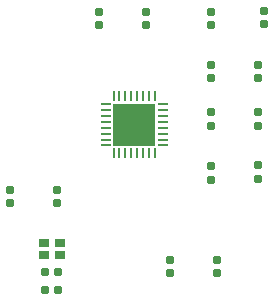
<source format=gbr>
%TF.GenerationSoftware,KiCad,Pcbnew,8.0.1*%
%TF.CreationDate,2024-07-06T10:14:10-04:00*%
%TF.ProjectId,O2 Macrodevice NFC Board KiCad,4f32204d-6163-4726-9f64-657669636520,rev?*%
%TF.SameCoordinates,Original*%
%TF.FileFunction,Paste,Top*%
%TF.FilePolarity,Positive*%
%FSLAX46Y46*%
G04 Gerber Fmt 4.6, Leading zero omitted, Abs format (unit mm)*
G04 Created by KiCad (PCBNEW 8.0.1) date 2024-07-06 10:14:10*
%MOMM*%
%LPD*%
G01*
G04 APERTURE LIST*
G04 Aperture macros list*
%AMRoundRect*
0 Rectangle with rounded corners*
0 $1 Rounding radius*
0 $2 $3 $4 $5 $6 $7 $8 $9 X,Y pos of 4 corners*
0 Add a 4 corners polygon primitive as box body*
4,1,4,$2,$3,$4,$5,$6,$7,$8,$9,$2,$3,0*
0 Add four circle primitives for the rounded corners*
1,1,$1+$1,$2,$3*
1,1,$1+$1,$4,$5*
1,1,$1+$1,$6,$7*
1,1,$1+$1,$8,$9*
0 Add four rect primitives between the rounded corners*
20,1,$1+$1,$2,$3,$4,$5,0*
20,1,$1+$1,$4,$5,$6,$7,0*
20,1,$1+$1,$6,$7,$8,$9,0*
20,1,$1+$1,$8,$9,$2,$3,0*%
G04 Aperture macros list end*
%ADD10C,0.000000*%
%ADD11R,0.838200X0.762000*%
%ADD12R,0.254000X0.812800*%
%ADD13R,0.812800X0.254000*%
%ADD14R,3.606800X3.606800*%
%ADD15RoundRect,0.155000X0.155000X-0.212500X0.155000X0.212500X-0.155000X0.212500X-0.155000X-0.212500X0*%
%ADD16RoundRect,0.155000X-0.155000X0.212500X-0.155000X-0.212500X0.155000X-0.212500X0.155000X0.212500X0*%
%ADD17RoundRect,0.155000X-0.212500X-0.155000X0.212500X-0.155000X0.212500X0.155000X-0.212500X0.155000X0*%
%ADD18RoundRect,0.155000X0.212500X0.155000X-0.212500X0.155000X-0.212500X-0.155000X0.212500X-0.155000X0*%
G04 APERTURE END LIST*
D10*
%TO.C,U1*%
G36*
X137900000Y-88703400D02*
G01*
X136296600Y-88703400D01*
X136296600Y-87100000D01*
X137900000Y-87100000D01*
X137900000Y-88703400D01*
G37*
G36*
X139703400Y-88703400D02*
G01*
X138100000Y-88703400D01*
X138100000Y-87100000D01*
X139703400Y-87100000D01*
X139703400Y-88703400D01*
G37*
G36*
X137900000Y-86900000D02*
G01*
X136296600Y-86900000D01*
X136296600Y-85296600D01*
X137900000Y-85296600D01*
X137900000Y-86900000D01*
G37*
G36*
X139703400Y-86900000D02*
G01*
X138100000Y-86900000D01*
X138100000Y-85296600D01*
X139703400Y-85296600D01*
X139703400Y-86900000D01*
G37*
%TD*%
D11*
%TO.C,U2*%
X131675000Y-96975000D03*
X130325000Y-96975000D03*
X130325000Y-98025000D03*
X131675000Y-98025000D03*
%TD*%
D12*
%TO.C,U1*%
X136250001Y-89400300D03*
X136750000Y-89400300D03*
X137249999Y-89400300D03*
X137750000Y-89400300D03*
X138250000Y-89400300D03*
X138750001Y-89400300D03*
X139250000Y-89400300D03*
X139749999Y-89400300D03*
D13*
X140400300Y-88749999D03*
X140400300Y-88250000D03*
X140400300Y-87750001D03*
X140400300Y-87250000D03*
X140400300Y-86750000D03*
X140400300Y-86249999D03*
X140400300Y-85750000D03*
X140400300Y-85250001D03*
D12*
X139749999Y-84599700D03*
X139250000Y-84599700D03*
X138750001Y-84599700D03*
X138250000Y-84599700D03*
X137750000Y-84599700D03*
X137249999Y-84599700D03*
X136750000Y-84599700D03*
X136250001Y-84599700D03*
D13*
X135599700Y-85250001D03*
X135599700Y-85750000D03*
X135599700Y-86249999D03*
X135599700Y-86750000D03*
X135599700Y-87250000D03*
X135599700Y-87750001D03*
X135599700Y-88250000D03*
X135599700Y-88749999D03*
D14*
X138000000Y-87000000D03*
%TD*%
D15*
%TO.C,C205*%
X149000000Y-78500000D03*
X149000000Y-77365000D03*
%TD*%
%TO.C,C203*%
X148500000Y-83067500D03*
X148500000Y-81932500D03*
%TD*%
%TO.C,C207*%
X144500000Y-87067500D03*
X144500000Y-85932500D03*
%TD*%
%TO.C,C215*%
X144500000Y-91635000D03*
X144500000Y-90500000D03*
%TD*%
%TO.C,C206*%
X148500000Y-87067500D03*
X148500000Y-85932500D03*
%TD*%
D16*
%TO.C,C201*%
X139000000Y-77432500D03*
X139000000Y-78567500D03*
%TD*%
D15*
%TO.C,C216*%
X148500000Y-91567500D03*
X148500000Y-90432500D03*
%TD*%
%TO.C,C209*%
X131500000Y-93635000D03*
X131500000Y-92500000D03*
%TD*%
%TO.C,C211*%
X141000000Y-99567500D03*
X141000000Y-98432500D03*
%TD*%
%TO.C,C204*%
X144500000Y-78567500D03*
X144500000Y-77432500D03*
%TD*%
%TO.C,C200*%
X135000000Y-78567500D03*
X135000000Y-77432500D03*
%TD*%
D17*
%TO.C,C214*%
X130432500Y-101000000D03*
X131567500Y-101000000D03*
%TD*%
D18*
%TO.C,C213*%
X130432500Y-99500000D03*
X131567500Y-99500000D03*
%TD*%
D15*
%TO.C,C210*%
X127500000Y-93635000D03*
X127500000Y-92500000D03*
%TD*%
%TO.C,C202*%
X144500000Y-83067500D03*
X144500000Y-81932500D03*
%TD*%
%TO.C,C212*%
X145000000Y-99567500D03*
X145000000Y-98432500D03*
%TD*%
M02*

</source>
